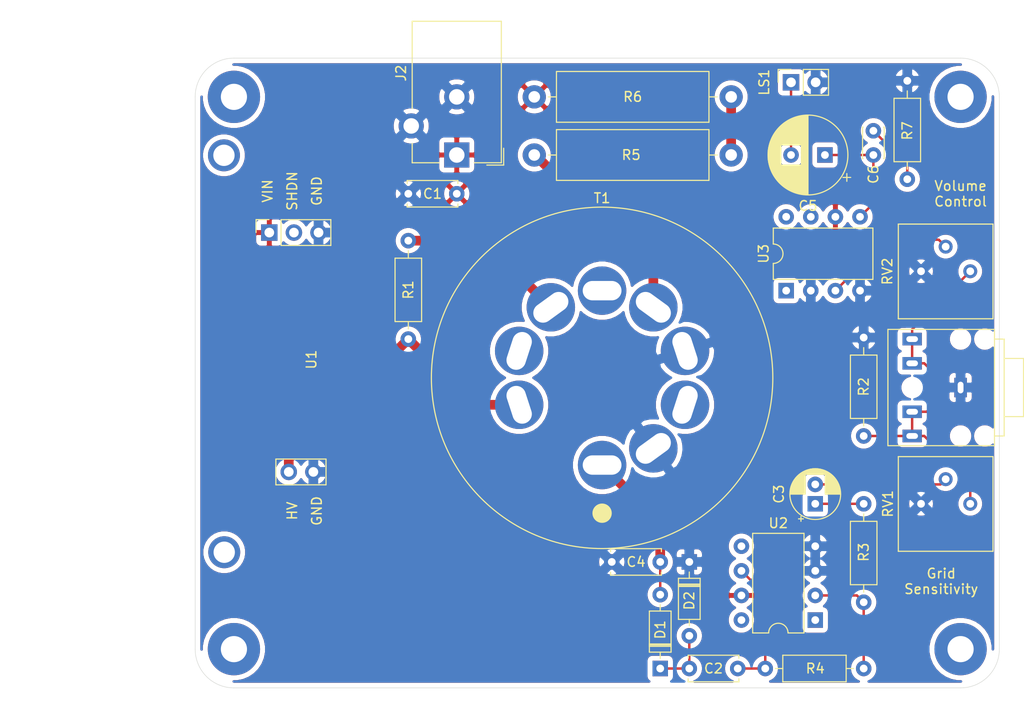
<source format=kicad_pcb>
(kicad_pcb (version 20171130) (host pcbnew "(5.1.5-0-10_14)")
  (layers (0 F.Cu signal) (31 B.Cu signal) (34 B.Paste user) (35 F.Paste user) (36 B.SilkS user) (37 F.SilkS user) (38 B.Mask user) (39 F.Mask user) (44 Edge.Cuts user))
  (net 0 "")
  (net 1 GND)
  (net 2 +12V)
  (net 3 /741out)
  (net 4 "Net-(C2-Pad1)")
  (net 5 "Net-(C3-Pad2)")
  (net 6 "Net-(C3-Pad1)")
  (net 7 "Net-(C4-Pad1)")
  (net 8 "Net-(C5-Pad2)")
  (net 9 /386out)
  (net 10 "Net-(C6-Pad2)")
  (net 11 AC)
  (net 12 "Net-(R1-Pad2)")
  (net 13 +180V)
  (net 14 "Net-(R3-Pad1)")
  (net 15 "Net-(R5-Pad2)")
  (net 16 "Net-(R5-Pad1)")
  (net 17 "Net-(RV2-Pad2)")
  (net 18 "Net-(T1-Pad3)")
  (net 19 "Net-(T1-Pad6)")
  (net 20 "Net-(T1-Pad8)")
  (net 21 "Net-(U1-Pad2)")
  (net 22 "Net-(U2-Pad8)")
  (net 23 "Net-(U2-Pad5)")
  (net 24 "Net-(U2-Pad1)")
  (net 25 "Net-(U3-Pad8)")
  (net 26 "Net-(U3-Pad7)")
  (net 27 "Net-(U3-Pad1)")
  (module MountingHole:MountingHole_2.7mm_M2.5_Pad (layer F.Cu) (at 179 101)
    (fp_text reference REF** hide)
    (fp_text value MountingHole_2.7mm_M2.5_Pad)
    (pad 1 thru_hole circle (at 0 0) (size 5.4 5.4) (drill 2.7) (layers *.Cu *.Mask))
  )
  (module MountingHole:MountingHole_2.7mm_M2.5_Pad (layer F.Cu) (at 104 101)
    (fp_text reference REF** hide)
    (fp_text value MountingHole_2.7mm_M2.5_Pad)
    (pad 1 thru_hole circle (at 0 0) (size 5.4 5.4) (drill 2.7) (layers *.Cu *.Mask))
  )
  (module MountingHole:MountingHole_2.7mm_M2.5_Pad (layer F.Cu) (at 104 44)
    (fp_text reference REF** hide)
    (fp_text value MountingHole_2.7mm_M2.5_Pad)
    (pad 1 thru_hole circle (at 0 0) (size 5.4 5.4) (drill 2.7) (layers *.Cu *.Mask))
  )
  (module MountingHole:MountingHole_2.7mm_M2.5_Pad (layer F.Cu) (at 179 44)
    (fp_text reference REF** hide)
    (fp_text value MountingHole_2.7mm_M2.5_Pad)
    (pad 1 thru_hole circle (at 0 0) (size 5.4 5.4) (drill 2.7) (layers *.Cu *.Mask))
  )
  (module Package_DIP:DIP-8_W7.62mm (layer F.Cu) (at 161 64 90)
    (fp_text reference U3 (at 3.81 -2.33 90) (layer F.SilkS))
    (fp_text value LM386)
    (pad 8 thru_hole oval (at 7.62 0 90) (size 1.6 1.6) (drill 0.8) (layers *.Cu *.Mask) (net 25 "Net-(U3-Pad8)"))
    (pad 4 thru_hole oval (at 0 7.62 90) (size 1.6 1.6) (drill 0.8) (layers *.Cu *.Mask) (net 1 GND))
    (pad 7 thru_hole oval (at 7.62 2.54 90) (size 1.6 1.6) (drill 0.8) (layers *.Cu *.Mask) (net 26 "Net-(U3-Pad7)"))
    (pad 3 thru_hole oval (at 0 5.08 90) (size 1.6 1.6) (drill 0.8) (layers *.Cu *.Mask) (net 17 "Net-(RV2-Pad2)"))
    (pad 6 thru_hole oval (at 7.62 5.08 90) (size 1.6 1.6) (drill 0.8) (layers *.Cu *.Mask) (net 2 +12V))
    (pad 2 thru_hole oval (at 0 2.54 90) (size 1.6 1.6) (drill 0.8) (layers *.Cu *.Mask) (net 1 GND))
    (pad 5 thru_hole oval (at 7.62 7.62 90) (size 1.6 1.6) (drill 0.8) (layers *.Cu *.Mask) (net 9 /386out))
    (pad 1 thru_hole rect (at 0 0 90) (size 1.6 1.6) (drill 0.8) (layers *.Cu *.Mask) (net 27 "Net-(U3-Pad1)"))
  )
  (module Package_DIP:DIP-8_W7.62mm (layer F.Cu) (at 164 98 180)
    (fp_text reference U2 (at 3.81 10) (layer F.SilkS))
    (fp_text value LM741)
    (pad 8 thru_hole oval (at 7.62 0 180) (size 1.6 1.6) (drill 0.8) (layers *.Cu *.Mask) (net 22 "Net-(U2-Pad8)"))
    (pad 4 thru_hole oval (at 0 7.62 180) (size 1.6 1.6) (drill 0.8) (layers *.Cu *.Mask) (net 1 GND))
    (pad 7 thru_hole oval (at 7.62 2.54 180) (size 1.6 1.6) (drill 0.8) (layers *.Cu *.Mask) (net 2 +12V))
    (pad 3 thru_hole oval (at 0 5.08 180) (size 1.6 1.6) (drill 0.8) (layers *.Cu *.Mask) (net 1 GND))
    (pad 6 thru_hole oval (at 7.62 5.08 180) (size 1.6 1.6) (drill 0.8) (layers *.Cu *.Mask) (net 3 /741out))
    (pad 2 thru_hole oval (at 0 2.54 180) (size 1.6 1.6) (drill 0.8) (layers *.Cu *.Mask) (net 14 "Net-(R3-Pad1)"))
    (pad 5 thru_hole oval (at 7.62 7.62 180) (size 1.6 1.6) (drill 0.8) (layers *.Cu *.Mask) (net 23 "Net-(U2-Pad5)"))
    (pad 1 thru_hole rect (at 0 0 180) (size 1.6 1.6) (drill 0.8) (layers *.Cu *.Mask) (net 24 "Net-(U2-Pad1)"))
  )
  (module footprints-nad:NCH6100HV_PinSockets (layer F.Cu) (at 117 48 270)
    (fp_text reference U1 (at 23.114 5 90) (layer F.SilkS))
    (fp_text value NCH6100HV)
    (fp_text user GND (at 5.715 4.445 270) (layer F.SilkS))
    (fp_text user SHDN (at 5.715 6.985 90) (layer F.SilkS))
    (fp_text user GND (at 38.735 4.445 90) (layer F.SilkS))
    (fp_text user HV (at 38.735 6.985 90) (layer F.SilkS))
    (fp_text user VIN (at 5.715 9.525 90) (layer F.SilkS))
    (pad 5 thru_hole oval (at 34.71 4.8 270) (size 1.7 1.7) (drill 1) (layers *.Cu *.Mask) (net 1 GND))
    (pad 4 thru_hole oval (at 34.71 7.34 270) (size 1.7 1.7) (drill 1) (layers *.Cu *.Mask) (net 13 +180V))
    (pad 3 thru_hole oval (at 10.006 4.268 270) (size 1.7 1.7) (drill 1) (layers *.Cu *.Mask) (net 1 GND))
    (pad 2 thru_hole oval (at 10.006 6.808 270) (size 1.7 1.7) (drill 1) (layers *.Cu *.Mask) (net 21 "Net-(U1-Pad2)"))
    (pad 1 thru_hole rect (at 10.006 9.348 270) (size 1.7 1.7) (drill 1) (layers *.Cu *.Mask) (net 2 +12V))
    (pad 0 thru_hole circle (at 2.032 14.03 270) (size 3.3 3.3) (drill 2.2) (layers *.Cu *.Mask))
    (pad 0 thru_hole circle (at 43 14 270) (size 3.3 3.3) (drill 2.2) (layers *.Cu *.Mask))
  )
  (module footprints-nad:Noval_B9A_Ceramic (layer F.Cu) (at 142 73)
    (fp_text reference T1 (at 0 -18.545) (layer F.SilkS))
    (fp_text value EM80)
    (pad 1 thru_hole oval (at 0 9 90) (size 5 5) (drill oval 2 4) (layers *.Cu *.Mask) (net 7 "Net-(C4-Pad1)"))
    (pad 2 thru_hole oval (at 5.290067 7.281152 126) (size 5 5) (drill oval 2 4) (layers *.Cu *.Mask) (net 1 GND))
    (pad 3 thru_hole oval (at 8.559508 2.781152 162) (size 5 5) (drill oval 2 4) (layers *.Cu *.Mask) (net 18 "Net-(T1-Pad3)"))
    (pad 4 thru_hole oval (at 8.559508 -2.781152 198) (size 5 5) (drill oval 2 4) (layers *.Cu *.Mask) (net 1 GND))
    (pad 5 thru_hole oval (at 5.290067 -7.281152 234) (size 5 5) (drill oval 2 4) (layers *.Cu *.Mask) (net 15 "Net-(R5-Pad2)"))
    (pad 6 thru_hole oval (at 0 -9 270) (size 5 5) (drill oval 2 4) (layers *.Cu *.Mask) (net 19 "Net-(T1-Pad6)"))
    (pad 7 thru_hole oval (at -5.290067 -7.281152 306) (size 5 5) (drill oval 2 4) (layers *.Cu *.Mask) (net 12 "Net-(R1-Pad2)"))
    (pad 8 thru_hole oval (at -8.559508 -2.781152 342) (size 5 5) (drill oval 2 4) (layers *.Cu *.Mask) (net 20 "Net-(T1-Pad8)"))
    (pad 9 thru_hole oval (at -8.559508 2.781152 18) (size 5 5) (drill oval 2 4) (layers *.Cu *.Mask) (net 13 +180V))
  )
  (module Potentiometer_THT:Potentiometer_Bourns_3386P_Vertical (layer F.Cu) (at 180 62 90)
    (fp_text reference RV2 (at -0.015 -8.555 90) (layer F.SilkS))
    (fp_text value 100k)
    (pad 1 thru_hole circle (at 0 0 90) (size 1.44 1.44) (drill 0.8) (layers *.Cu *.Mask) (net 11 AC))
    (pad 2 thru_hole circle (at 2.54 -2.54 90) (size 1.44 1.44) (drill 0.8) (layers *.Cu *.Mask) (net 17 "Net-(RV2-Pad2)"))
    (pad 3 thru_hole circle (at 0 -5.08 90) (size 1.44 1.44) (drill 0.8) (layers *.Cu *.Mask) (net 1 GND))
  )
  (module Potentiometer_THT:Potentiometer_Bourns_3386P_Vertical (layer F.Cu) (at 180 86 90)
    (fp_text reference RV1 (at 0 -8.5 90) (layer F.SilkS))
    (fp_text value 100k)
    (pad 1 thru_hole circle (at 0 0 90) (size 1.44 1.44) (drill 0.8) (layers *.Cu *.Mask) (net 11 AC))
    (pad 2 thru_hole circle (at 2.54 -2.54 90) (size 1.44 1.44) (drill 0.8) (layers *.Cu *.Mask) (net 5 "Net-(C3-Pad2)"))
    (pad 3 thru_hole circle (at 0 -5.08 90) (size 1.44 1.44) (drill 0.8) (layers *.Cu *.Mask) (net 1 GND))
  )
  (module Resistor_THT:R_Axial_DIN0207_L6.3mm_D2.5mm_P10.16mm_Horizontal (layer F.Cu) (at 173.5 52.5 90)
    (fp_text reference R7 (at 5 0 90) (layer F.SilkS))
    (fp_text value 10)
    (pad 2 thru_hole oval (at 10.16 0 90) (size 1.6 1.6) (drill 0.8) (layers *.Cu *.Mask) (net 1 GND))
    (pad 1 thru_hole circle (at 0 0 90) (size 1.6 1.6) (drill 0.8) (layers *.Cu *.Mask) (net 10 "Net-(C6-Pad2)"))
  )
  (module Resistor_THT:R_Axial_DIN0516_L15.5mm_D5.0mm_P20.32mm_Horizontal (layer F.Cu) (at 135 44)
    (fp_text reference R6 (at 10.16 0) (layer F.SilkS))
    (fp_text value "3W 10")
    (pad 2 thru_hole oval (at 20.32 0) (size 2.4 2.4) (drill 1.2) (layers *.Cu *.Mask) (net 16 "Net-(R5-Pad1)"))
    (pad 1 thru_hole circle (at 0 0) (size 2.4 2.4) (drill 1.2) (layers *.Cu *.Mask) (net 2 +12V))
  )
  (module Resistor_THT:R_Axial_DIN0516_L15.5mm_D5.0mm_P20.32mm_Horizontal (layer F.Cu) (at 155.32 50 180)
    (fp_text reference R5 (at 10.32 0) (layer F.SilkS))
    (fp_text value "3W 10")
    (pad 2 thru_hole oval (at 20.32 0 180) (size 2.4 2.4) (drill 1.2) (layers *.Cu *.Mask) (net 15 "Net-(R5-Pad2)"))
    (pad 1 thru_hole circle (at 0 0 180) (size 2.4 2.4) (drill 1.2) (layers *.Cu *.Mask) (net 16 "Net-(R5-Pad1)"))
  )
  (module Resistor_THT:R_Axial_DIN0207_L6.3mm_D2.5mm_P10.16mm_Horizontal (layer F.Cu) (at 158.84 103)
    (fp_text reference R4 (at 5.16 0) (layer F.SilkS))
    (fp_text value 220k)
    (pad 2 thru_hole oval (at 10.16 0) (size 1.6 1.6) (drill 0.8) (layers *.Cu *.Mask) (net 14 "Net-(R3-Pad1)"))
    (pad 1 thru_hole circle (at 0 0) (size 1.6 1.6) (drill 0.8) (layers *.Cu *.Mask) (net 3 /741out))
  )
  (module Resistor_THT:R_Axial_DIN0207_L6.3mm_D2.5mm_P10.16mm_Horizontal (layer F.Cu) (at 169 96.16 90)
    (fp_text reference R3 (at 5.16 0 90) (layer F.SilkS))
    (fp_text value 1k)
    (pad 2 thru_hole oval (at 10.16 0 90) (size 1.6 1.6) (drill 0.8) (layers *.Cu *.Mask) (net 6 "Net-(C3-Pad1)"))
    (pad 1 thru_hole circle (at 0 0 90) (size 1.6 1.6) (drill 0.8) (layers *.Cu *.Mask) (net 14 "Net-(R3-Pad1)"))
  )
  (module Resistor_THT:R_Axial_DIN0207_L6.3mm_D2.5mm_P10.16mm_Horizontal (layer F.Cu) (at 169 79 90)
    (fp_text reference R2 (at 5.08 0 90) (layer F.SilkS))
    (fp_text value 1k)
    (pad 2 thru_hole oval (at 10.16 0 90) (size 1.6 1.6) (drill 0.8) (layers *.Cu *.Mask) (net 1 GND))
    (pad 1 thru_hole circle (at 0 0 90) (size 1.6 1.6) (drill 0.8) (layers *.Cu *.Mask) (net 11 AC))
  )
  (module Resistor_THT:R_Axial_DIN0207_L6.3mm_D2.5mm_P10.16mm_Horizontal (layer F.Cu) (at 122 69 90)
    (fp_text reference R1 (at 5.08 0 90) (layer F.SilkS))
    (fp_text value 470k)
    (pad 2 thru_hole oval (at 10.16 0 90) (size 1.6 1.6) (drill 0.8) (layers *.Cu *.Mask) (net 12 "Net-(R1-Pad2)"))
    (pad 1 thru_hole circle (at 0 0 90) (size 1.6 1.6) (drill 0.8) (layers *.Cu *.Mask) (net 13 +180V))
  )
  (module Connector_PinSocket_2.54mm:PinSocket_1x02_P2.54mm_Vertical (layer F.Cu) (at 161.5 42.5 90)
    (fp_text reference LS1 (at 0 -2.77 90) (layer F.SilkS))
    (fp_text value 8)
    (pad 2 thru_hole oval (at 0 2.54 90) (size 1.7 1.7) (drill 1) (layers *.Cu *.Mask) (net 1 GND))
    (pad 1 thru_hole rect (at 0 0 90) (size 1.7 1.7) (drill 1) (layers *.Cu *.Mask) (net 8 "Net-(C5-Pad2)"))
  )
  (module Connector_BarrelJack:BarrelJack_CUI_PJ-102AH_Horizontal (layer F.Cu) (at 127 50 180)
    (fp_text reference J2 (at 5.75 8.45 90) (layer F.SilkS))
    (fp_text value Barrel_Jack_Switch)
    (pad 3 thru_hole circle (at 4.7 3 180) (size 2.6 2.6) (drill 1.6) (layers *.Cu *.Mask) (net 1 GND))
    (pad 2 thru_hole circle (at 0 6 180) (size 2.6 2.6) (drill 1.6) (layers *.Cu *.Mask) (net 1 GND))
    (pad 1 thru_hole rect (at 0 0 180) (size 2.6 2.6) (drill 1.6) (layers *.Cu *.Mask) (net 2 +12V))
  )
  (module footprints-nad:AudioJack_3_5_mm_Female (layer F.Cu) (at 179 74 270)
    (fp_text reference J1 hide)
    (fp_text value AudioJack3_SwitchTR)
    (pad S thru_hole rect (at 0 0 90) (size 2 1.3) (drill oval 1.2 0.6) (layers *.Cu *.Mask) (net 1 GND))
    (pad T thru_hole rect (at -5 5 180) (size 2 1.3) (drill oval 1.2 0.6) (layers *.Cu *.Mask) (net 11 AC))
    (pad TN thru_hole rect (at -2.5 5 180) (size 2 1.3) (drill oval 1.2 0.6) (layers *.Cu *.Mask) (net 11 AC))
    (pad RN thru_hole rect (at 2.5 5 180) (size 2 1.3) (drill oval 1.2 0.6) (layers *.Cu *.Mask) (net 11 AC))
    (pad "" np_thru_hole circle (at 0 5 270) (size 1.2 1.2) (drill 1.2) (layers *.Cu *.Mask))
    (pad "" np_thru_hole circle (at -5 -2.5 270) (size 1.2 1.2) (drill 1.2) (layers *.Cu *.Mask))
    (pad "" np_thru_hole circle (at -5 0 270) (size 1.2 1.2) (drill 1.2) (layers *.Cu *.Mask))
    (pad "" np_thru_hole circle (at 5 -2.5 270) (size 1.2 1.2) (drill 1.2) (layers *.Cu *.Mask))
    (pad "" np_thru_hole circle (at 5 0 270) (size 1.2 1.2) (drill 1.2) (layers *.Cu *.Mask))
    (pad R thru_hole rect (at 5 5 180) (size 2 1.3) (drill oval 1.2 0.6) (layers *.Cu *.Mask) (net 11 AC))
  )
  (module Diode_THT:D_DO-35_SOD27_P7.62mm_Horizontal (layer F.Cu) (at 151 92 270)
    (fp_text reference D2 (at 4 0 90) (layer F.SilkS))
    (fp_text value 1N4148)
    (pad 2 thru_hole oval (at 7.62 0 270) (size 1.6 1.6) (drill 0.8) (layers *.Cu *.Mask) (net 4 "Net-(C2-Pad1)"))
    (pad 1 thru_hole rect (at 0 0 270) (size 1.6 1.6) (drill 0.8) (layers *.Cu *.Mask) (net 1 GND))
  )
  (module Diode_THT:D_DO-35_SOD27_P7.62mm_Horizontal (layer F.Cu) (at 148 103 90)
    (fp_text reference D1 (at 4 0 90) (layer F.SilkS))
    (fp_text value 1N4148)
    (pad 2 thru_hole oval (at 7.62 0 90) (size 1.6 1.6) (drill 0.8) (layers *.Cu *.Mask) (net 7 "Net-(C4-Pad1)"))
    (pad 1 thru_hole rect (at 0 0 90) (size 1.6 1.6) (drill 0.8) (layers *.Cu *.Mask) (net 4 "Net-(C2-Pad1)"))
  )
  (module Capacitor_THT:C_Disc_D3.0mm_W2.0mm_P2.50mm (layer F.Cu) (at 170 50 90)
    (fp_text reference C6 (at -2 0 90) (layer F.SilkS))
    (fp_text value 47nF)
    (pad 2 thru_hole circle (at 2.5 0 90) (size 1.6 1.6) (drill 0.8) (layers *.Cu *.Mask) (net 10 "Net-(C6-Pad2)"))
    (pad 1 thru_hole circle (at 0 0 90) (size 1.6 1.6) (drill 0.8) (layers *.Cu *.Mask) (net 9 /386out))
  )
  (module Capacitor_THT:CP_Radial_D8.0mm_P3.50mm (layer F.Cu) (at 165 50 180)
    (fp_text reference C5 (at 1.75 -5.25) (layer F.SilkS))
    (fp_text value 1000uF)
    (pad 2 thru_hole circle (at 3.5 0 180) (size 1.6 1.6) (drill 0.8) (layers *.Cu *.Mask) (net 8 "Net-(C5-Pad2)"))
    (pad 1 thru_hole rect (at 0 0 180) (size 1.6 1.6) (drill 0.8) (layers *.Cu *.Mask) (net 9 /386out))
  )
  (module Capacitor_THT:C_Disc_D5.0mm_W2.5mm_P5.00mm (layer F.Cu) (at 148 92 180)
    (fp_text reference C4 (at 2.5 0) (layer F.SilkS))
    (fp_text value 0.1uF)
    (pad 2 thru_hole circle (at 5 0 180) (size 1.6 1.6) (drill 0.8) (layers *.Cu *.Mask) (net 1 GND))
    (pad 1 thru_hole circle (at 0 0 180) (size 1.6 1.6) (drill 0.8) (layers *.Cu *.Mask) (net 7 "Net-(C4-Pad1)"))
  )
  (module Capacitor_THT:CP_Radial_D5.0mm_P2.00mm (layer F.Cu) (at 164 86 90)
    (fp_text reference C3 (at 1 -3.75 90) (layer F.SilkS))
    (fp_text value 10uF)
    (pad 2 thru_hole circle (at 2 0 90) (size 1.6 1.6) (drill 0.8) (layers *.Cu *.Mask) (net 5 "Net-(C3-Pad2)"))
    (pad 1 thru_hole rect (at 0 0 90) (size 1.6 1.6) (drill 0.8) (layers *.Cu *.Mask) (net 6 "Net-(C3-Pad1)"))
  )
  (module Capacitor_THT:C_Disc_D5.0mm_W2.5mm_P5.00mm (layer F.Cu) (at 151 103)
    (fp_text reference C2 (at 2.5 0) (layer F.SilkS))
    (fp_text value 0.1uF)
    (pad 2 thru_hole circle (at 5 0) (size 1.6 1.6) (drill 0.8) (layers *.Cu *.Mask) (net 3 /741out))
    (pad 1 thru_hole circle (at 0 0) (size 1.6 1.6) (drill 0.8) (layers *.Cu *.Mask) (net 4 "Net-(C2-Pad1)"))
  )
  (module Capacitor_THT:C_Disc_D5.0mm_W2.5mm_P5.00mm (layer F.Cu) (at 127 54 180)
    (fp_text reference C1 (at 2.5 0) (layer F.SilkS))
    (fp_text value 0.1uF)
    (pad 2 thru_hole circle (at 5 0 180) (size 1.6 1.6) (drill 0.8) (layers *.Cu *.Mask) (net 1 GND))
    (pad 1 thru_hole circle (at 0 0 180) (size 1.6 1.6) (drill 0.8) (layers *.Cu *.Mask) (net 2 +12V))
  )
  (gr_arc (start 104 44) (end 104 40) (angle -90) (layer Edge.Cuts) (width 0.05))
  (gr_arc (start 179 44) (end 183 44) (angle -90) (layer Edge.Cuts) (width 0.05))
  (gr_arc (start 179 101) (end 179 105) (angle -90) (layer Edge.Cuts) (width 0.05))
  (gr_arc (start 104 101) (end 100 101) (angle -90) (layer Edge.Cuts) (width 0.05))
  (gr_text "Volume\nControl" (at 179 54) (layer F.SilkS) (effects (font (size 1 1))))
  (gr_text "Grid\nSensitivity" (at 177 94) (layer F.SilkS) (effects (font (size 1 1))))
  (gr_line (start 179 40) (end 104 40) (layer Edge.Cuts) (width 0.05))
  (gr_line (start 183 101) (end 183 44) (layer Edge.Cuts) (width 0.05))
  (gr_line (start 104 105) (end 179 105) (layer Edge.Cuts) (width 0.05))
  (gr_line (start 100 44) (end 100 101) (layer Edge.Cuts) (width 0.05))
  (segment (start 156 103) (end 158.84 103) (width 0.25) (layer F.Cu) (net 3))
  (segment (start 158.84 95.38) (end 158.84 103) (width 0.25) (layer F.Cu) (net 3))
  (segment (start 156.38 92.92) (end 158.84 95.38) (width 0.25) (layer F.Cu) (net 3))
  (segment (start 151 103) (end 148 103) (width 0.25) (layer F.Cu) (net 4))
  (segment (start 151 103) (end 151 99.62) (width 0.25) (layer F.Cu) (net 4))
  (segment (start 176.92 84) (end 177.46 83.46) (width 0.25) (layer F.Cu) (net 5))
  (segment (start 164 84) (end 176.92 84) (width 0.25) (layer F.Cu) (net 5))
  (segment (start 164 86) (end 169 86) (width 0.25) (layer F.Cu) (net 6))
  (segment (start 148 95.38) (end 148 92) (width 0.25) (layer F.Cu) (net 7))
  (segment (start 148 88) (end 142 82) (width 1) (layer F.Cu) (net 7))
  (segment (start 148 92) (end 148 88) (width 1) (layer F.Cu) (net 7))
  (segment (start 161.5 50) (end 161.5 42.5) (width 0.25) (layer F.Cu) (net 8))
  (segment (start 170 50) (end 165 50) (width 0.25) (layer F.Cu) (net 9))
  (segment (start 170 55) (end 168.62 56.38) (width 0.25) (layer F.Cu) (net 9))
  (segment (start 170 50) (end 170 55) (width 0.25) (layer F.Cu) (net 9))
  (segment (start 173.5 51) (end 173.5 52.5) (width 0.25) (layer F.Cu) (net 10))
  (segment (start 170 47.5) (end 173.5 51) (width 0.25) (layer F.Cu) (net 10))
  (segment (start 175.25 79) (end 174 79) (width 0.25) (layer F.Cu) (net 11))
  (segment (start 180 83.75) (end 175.25 79) (width 0.25) (layer F.Cu) (net 11))
  (segment (start 180 86) (end 180 83.75) (width 0.25) (layer F.Cu) (net 11))
  (segment (start 174 76.5) (end 174 79) (width 0.25) (layer F.Cu) (net 11))
  (segment (start 169 79) (end 174 79) (width 0.25) (layer F.Cu) (net 11))
  (segment (start 174 71.5) (end 174 69) (width 0.25) (layer F.Cu) (net 11))
  (segment (start 174 76.5) (end 175.5 76.5) (width 0.25) (layer F.Cu) (net 11))
  (segment (start 175.5 76.5) (end 176 76) (width 0.25) (layer F.Cu) (net 11))
  (segment (start 175.25 71.5) (end 174 71.5) (width 0.25) (layer F.Cu) (net 11))
  (segment (start 176 72.25) (end 175.25 71.5) (width 0.25) (layer F.Cu) (net 11))
  (segment (start 176 76) (end 176 72.25) (width 0.25) (layer F.Cu) (net 11))
  (segment (start 174 68) (end 180 62) (width 0.25) (layer F.Cu) (net 11))
  (segment (start 174 69) (end 174 68) (width 0.25) (layer F.Cu) (net 11))
  (segment (start 129.831085 58.84) (end 136.709933 65.718848) (width 1) (layer F.Cu) (net 12))
  (segment (start 122 58.84) (end 129.831085 58.84) (width 1) (layer F.Cu) (net 12))
  (segment (start 128.781152 75.781152) (end 122 69) (width 1) (layer F.Cu) (net 13))
  (segment (start 133.440492 75.781152) (end 128.781152 75.781152) (width 1) (layer F.Cu) (net 13))
  (segment (start 109.66 81.34) (end 122 69) (width 1) (layer F.Cu) (net 13))
  (segment (start 109.66 82.71) (end 109.66 81.34) (width 1) (layer F.Cu) (net 13))
  (segment (start 169 103) (end 169 96.16) (width 0.25) (layer F.Cu) (net 14))
  (segment (start 168.3 95.46) (end 169 96.16) (width 0.25) (layer F.Cu) (net 14))
  (segment (start 164 95.46) (end 168.3 95.46) (width 0.25) (layer F.Cu) (net 14))
  (segment (start 135.106752 50) (end 135 50) (width 1) (layer F.Cu) (net 15))
  (segment (start 147.290067 62.183315) (end 135.106752 50) (width 1) (layer F.Cu) (net 15))
  (segment (start 147.290067 65.718848) (end 147.290067 62.183315) (width 1) (layer F.Cu) (net 15))
  (segment (start 155.32 44) (end 155.32 50) (width 1) (layer F.Cu) (net 16))
  (segment (start 171.339999 58.740001) (end 166.879999 63.200001) (width 0.25) (layer F.Cu) (net 17))
  (segment (start 176.740001 58.740001) (end 171.339999 58.740001) (width 0.25) (layer F.Cu) (net 17))
  (segment (start 166.879999 63.200001) (end 166.08 64) (width 0.25) (layer F.Cu) (net 17))
  (segment (start 177.46 59.46) (end 176.740001 58.740001) (width 0.25) (layer F.Cu) (net 17))
  (zone (net 2) (net_name +12V) (layer F.Cu) (connect_pads (clearance 0.508)) (min_thickness 0.254) (fill yes (arc_segments 32) (thermal_gap 0.508) (thermal_bridge_width 0.508))
    (polygon (pts (xy 184 106) (xy 99 106) (xy 99 39) (xy 184 39)))
  )
  (zone (net 1) (net_name GND) (layer B.Cu) (connect_pads (clearance 0.508)) (min_thickness 0.254) (fill yes (arc_segments 32) (thermal_gap 0.508) (thermal_bridge_width 1))
    (polygon (pts (xy 185 107) (xy 98 107) (xy 98 38) (xy 185 38)))
  )
)
</source>
